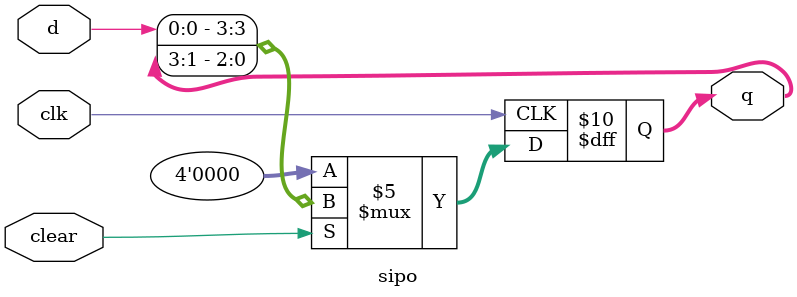
<source format=sv>
`timescale 1ns/1ps
module sipo(
  input clk,clear,d,
  output reg [3:0] q
);
  reg [3:0] temp;
  always @(posedge clk) begin
    if(!clear)
      q<=4'b0000;
    else
      begin
        temp=q>>1;
        q<={d,temp[2:0]};
      end
  end

endmodule

</source>
